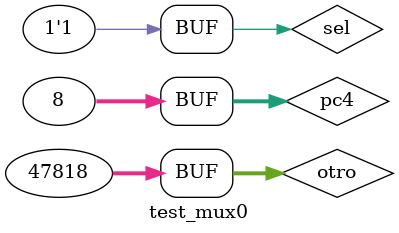
<source format=sv>
`timescale 1ns / 1ps

module test_mux0();

logic [31:0] pc4;
logic [31:0] otro;
logic sel;
logic [31:0] pc;

muxpc test_mux0(pc4,otro,sel,pc);

initial begin
pc4=32'h8;
otro=32'hbaca;
sel=0;
#2;
sel=1;
end

endmodule

</source>
